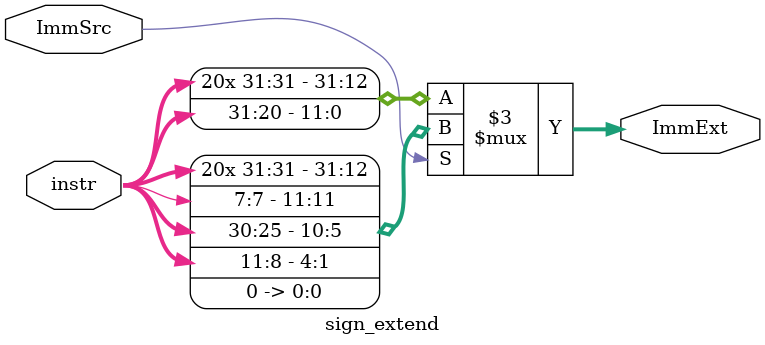
<source format=sv>
module sign_extend(
    input  logic [31:0] instr,  // 32-bit instruction word
    input  logic        ImmSrc, // Flag to tell this module which isntruction type is being executed (and hence which bits in instr form the immediate)
    output logic [31:0] ImmExt   // Immediate operand - is the sign extended output of this module
);

always_comb begin
    if (ImmSrc) // executing bne
        ImmExt = { {20{instr[31]}} , instr[7], instr[30:25] , instr[11:8], {1'b0} }; // sign extend 10-bit immediate value to give 32-bit output; bne's immediate value is used as an offset for the PC (so can be negative or positive, so needs to be sign extended) 
    else        // executing addi
        ImmExt = { {20{instr[31]}} , instr[31:20] }; // sign extend 12-bit immediate value to give 32-bit output
end

endmodule
// verilator lint_on UNUSED

// NOTE ON `Verilator lint_on/off UNUSED` - we would receive a warning if compiling without these lines#
// the warning was that we had unused bits
// the warning links to this page: https://verilator.org/guide/latest/warnings.html#cmdoption-arg-UNUSED
// on the same page, it is said (here: https://verilator.org/guide/latest/warnings.html#disabling-warnings) to add these comments to disable the warning

</source>
